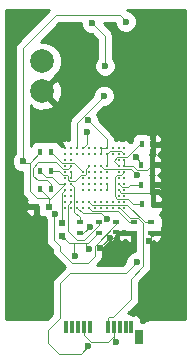
<source format=gbr>
G04 #@! TF.FileFunction,Copper,L2,Bot,Signal*
%FSLAX46Y46*%
G04 Gerber Fmt 4.6, Leading zero omitted, Abs format (unit mm)*
G04 Created by KiCad (PCBNEW 4.0.5+dfsg1-4) date Tue Jul 10 09:58:08 2018*
%MOMM*%
%LPD*%
G01*
G04 APERTURE LIST*
%ADD10C,0.100000*%
%ADD11R,0.500000X0.600000*%
%ADD12R,0.600000X0.500000*%
%ADD13R,0.700000X1.150000*%
%ADD14R,0.400000X1.000000*%
%ADD15R,0.400000X0.600000*%
%ADD16R,0.600000X0.400000*%
%ADD17C,0.254000*%
%ADD18C,1.998980*%
%ADD19C,0.600000*%
%ADD20C,0.254000*%
G04 APERTURE END LIST*
D10*
D11*
X152930000Y-108220000D03*
X152930000Y-109320000D03*
D12*
X151860000Y-106820000D03*
X150760000Y-106820000D03*
D13*
X159470000Y-117820000D03*
D14*
X158800000Y-116990000D03*
X158300000Y-116990000D03*
X157800000Y-116990000D03*
X157300000Y-116990000D03*
X156800000Y-116990000D03*
X155300000Y-116990000D03*
X154800000Y-116990000D03*
X154300000Y-116990000D03*
X153800000Y-116990000D03*
X153300000Y-116990000D03*
D15*
X160550000Y-103270000D03*
X159650000Y-103270000D03*
X159680000Y-101500000D03*
X160580000Y-101500000D03*
X160550000Y-104970000D03*
X159650000Y-104970000D03*
X151975000Y-102175000D03*
X151075000Y-102175000D03*
X151970000Y-103790000D03*
X151070000Y-103790000D03*
X151070000Y-105310000D03*
X151970000Y-105310000D03*
X159710000Y-106590000D03*
X160610000Y-106590000D03*
D16*
X156030000Y-109030000D03*
X156030000Y-108130000D03*
X160490000Y-108120000D03*
X160490000Y-109020000D03*
X159010000Y-108110000D03*
X159010000Y-109010000D03*
X157510000Y-108990000D03*
X157510000Y-108090000D03*
X154440000Y-108120000D03*
X154440000Y-109020000D03*
D17*
X153210000Y-101880000D03*
X153710000Y-101880000D03*
X154210000Y-101880000D03*
X154710000Y-101880000D03*
X155210000Y-101880000D03*
X155710000Y-101880000D03*
X156210000Y-101880000D03*
X156710000Y-101880000D03*
X157210000Y-101880000D03*
X157710000Y-101880000D03*
X158210000Y-101880000D03*
X153210000Y-102380000D03*
X153710000Y-102380000D03*
X154210000Y-102380000D03*
X154710000Y-102380000D03*
X155210000Y-102380000D03*
X155710000Y-102380000D03*
X156210000Y-102380000D03*
X156710000Y-102380000D03*
X157210000Y-102380000D03*
X157710000Y-102380000D03*
X158210000Y-102380000D03*
X153210000Y-102880000D03*
X153710000Y-102880000D03*
X157710000Y-102880000D03*
X158210000Y-102880000D03*
X153210000Y-103380000D03*
X153710000Y-103380000D03*
X155210000Y-103380000D03*
X155710000Y-103380000D03*
X156210000Y-103380000D03*
X156710000Y-103380000D03*
X157710000Y-103380000D03*
X158210000Y-103380000D03*
X153210000Y-103880000D03*
X153710000Y-103880000D03*
X154710000Y-103880000D03*
X155210000Y-103880000D03*
X155710000Y-103880000D03*
X156210000Y-103880000D03*
X156710000Y-103880000D03*
X157710000Y-103880000D03*
X158210000Y-103880000D03*
X153210000Y-104380000D03*
X153710000Y-104380000D03*
X154710000Y-104380000D03*
X155210000Y-104380000D03*
X155710000Y-104380000D03*
X156210000Y-104380000D03*
X156710000Y-104380000D03*
X157710000Y-104380000D03*
X158210000Y-104380000D03*
X153210000Y-104880000D03*
X153710000Y-104880000D03*
X154710000Y-104880000D03*
X155210000Y-104880000D03*
X155710000Y-104880000D03*
X156210000Y-104880000D03*
X156710000Y-104880000D03*
X157710000Y-104880000D03*
X158210000Y-104880000D03*
X153210000Y-105380000D03*
X153710000Y-105380000D03*
X154710000Y-105380000D03*
X155210000Y-105380000D03*
X155710000Y-105380000D03*
X156210000Y-105380000D03*
X156710000Y-105380000D03*
X157710000Y-105380000D03*
X158210000Y-105380000D03*
X153210000Y-105880000D03*
X153710000Y-105880000D03*
X157710000Y-105880000D03*
X158210000Y-105880000D03*
X153210000Y-106380000D03*
X153710000Y-106380000D03*
X154210000Y-106380000D03*
X154710000Y-106380000D03*
X155210000Y-106380000D03*
X155710000Y-106380000D03*
X156210000Y-106380000D03*
X156710000Y-106380000D03*
X157210000Y-106380000D03*
X157710000Y-106380000D03*
X158210000Y-106380000D03*
X153210000Y-106880000D03*
X153710000Y-106880000D03*
X154210000Y-106880000D03*
X154710000Y-106880000D03*
X155210000Y-106880000D03*
X155710000Y-106880000D03*
X156210000Y-106880000D03*
X156710000Y-106880000D03*
X157210000Y-106880000D03*
X157710000Y-106880000D03*
X158210000Y-106880000D03*
D18*
X151260000Y-94490000D03*
X151260000Y-97030000D03*
D19*
X155260000Y-108490000D03*
X160310000Y-109740000D03*
X149990000Y-106760000D03*
X156960000Y-109430000D03*
X156170000Y-110340000D03*
X155200000Y-110390000D03*
X154020000Y-111000000D03*
X161050000Y-105550000D03*
X152520000Y-99240000D03*
X153570000Y-97130000D03*
X157470000Y-118260000D03*
X158320000Y-91130000D03*
X149590000Y-102960000D03*
X155150000Y-118640000D03*
X159230000Y-111520000D03*
X159170000Y-102590000D03*
X159230000Y-104100000D03*
X155020000Y-100500000D03*
X156560000Y-94880000D03*
X155480000Y-91290000D03*
X156760000Y-107860000D03*
X152340000Y-107410000D03*
X156480000Y-97410000D03*
X155100000Y-99490000D03*
D10*
X155260000Y-108490000D02*
X154730000Y-109020000D01*
X154730000Y-109020000D02*
X154440000Y-109020000D01*
X160490000Y-109020000D02*
X160490000Y-109560000D01*
X160490000Y-109560000D02*
X160310000Y-109740000D01*
X150050000Y-106820000D02*
X150760000Y-106820000D01*
X149990000Y-106760000D02*
X150050000Y-106820000D01*
X157510000Y-108990000D02*
X157510000Y-109350000D01*
X157430000Y-109430000D02*
X156960000Y-109430000D01*
X157510000Y-109350000D02*
X157430000Y-109430000D01*
X154920000Y-110110000D02*
X154920000Y-109890000D01*
X156960000Y-109430000D02*
X156170000Y-110220000D01*
X156170000Y-110220000D02*
X156170000Y-110340000D01*
X155200000Y-110390000D02*
X154920000Y-110110000D01*
X153980000Y-109890000D02*
X153980000Y-110960000D01*
X153980000Y-110960000D02*
X154020000Y-111000000D01*
X153500000Y-109890000D02*
X152930000Y-109320000D01*
X160960000Y-105640000D02*
X160310000Y-105640000D01*
X161050000Y-105550000D02*
X160960000Y-105640000D01*
X156030000Y-109030000D02*
X156010000Y-109030000D01*
X156010000Y-109030000D02*
X155150000Y-109890000D01*
X155150000Y-109890000D02*
X154920000Y-109890000D01*
X154920000Y-109890000D02*
X153980000Y-109890000D01*
X153980000Y-109890000D02*
X153500000Y-109890000D01*
X157710000Y-105380000D02*
X157710000Y-105410000D01*
X157710000Y-105410000D02*
X157940000Y-105640000D01*
X157940000Y-105640000D02*
X160310000Y-105640000D01*
X160310000Y-105640000D02*
X160550000Y-105400000D01*
X160550000Y-105400000D02*
X160550000Y-104970000D01*
X159010000Y-109010000D02*
X157530000Y-109010000D01*
X157530000Y-109010000D02*
X157510000Y-108990000D01*
X153570000Y-97130000D02*
X153570000Y-98190000D01*
X153570000Y-98190000D02*
X152520000Y-99240000D01*
X153570000Y-97130000D02*
X153470000Y-97030000D01*
X158210000Y-103380000D02*
X158950000Y-103380000D01*
X160120000Y-103700000D02*
X160550000Y-103270000D01*
X159270000Y-103700000D02*
X160120000Y-103700000D01*
X158950000Y-103380000D02*
X159270000Y-103700000D01*
X158210000Y-103380000D02*
X158210000Y-102880000D01*
X158210000Y-102380000D02*
X158190000Y-102380000D01*
X158190000Y-102380000D02*
X157930000Y-102120000D01*
X157930000Y-102120000D02*
X156970000Y-102120000D01*
X156970000Y-102120000D02*
X156710000Y-102380000D01*
X156710000Y-102380000D02*
X156710000Y-103380000D01*
X156710000Y-105380000D02*
X156710000Y-104880000D01*
X152930000Y-108220000D02*
X152930000Y-105660000D01*
X152930000Y-105660000D02*
X153210000Y-105380000D01*
X157300000Y-117770000D02*
X157300000Y-118090000D01*
X157300000Y-118090000D02*
X157470000Y-118260000D01*
X154800000Y-116990000D02*
X154800000Y-117690000D01*
X157300000Y-117790000D02*
X157300000Y-117770000D01*
X157300000Y-117770000D02*
X157300000Y-116990000D01*
X156840000Y-118250000D02*
X157300000Y-117790000D01*
X155360000Y-118250000D02*
X156840000Y-118250000D01*
X154800000Y-117690000D02*
X155360000Y-118250000D01*
X149590000Y-102960000D02*
X149590000Y-93400000D01*
X158320000Y-91070000D02*
X158320000Y-91130000D01*
X157860000Y-90610000D02*
X158320000Y-91070000D01*
X152380000Y-90610000D02*
X157860000Y-90610000D01*
X149590000Y-93400000D02*
X152380000Y-90610000D01*
X149730000Y-103100000D02*
X150180000Y-103100000D01*
X149590000Y-102960000D02*
X149730000Y-103100000D01*
X151075000Y-102175000D02*
X151075000Y-102205000D01*
X151075000Y-102205000D02*
X150180000Y-103100000D01*
X150180000Y-103100000D02*
X150180000Y-105490000D01*
X150180000Y-105490000D02*
X150790000Y-106100000D01*
X150790000Y-106100000D02*
X151860000Y-106100000D01*
X153210000Y-104880000D02*
X152680000Y-104880000D01*
X151540000Y-104260000D02*
X151070000Y-103790000D01*
X152060000Y-104260000D02*
X151540000Y-104260000D01*
X152680000Y-104880000D02*
X152060000Y-104260000D01*
X151860000Y-106230000D02*
X151860000Y-106100000D01*
X151860000Y-106100000D02*
X151070000Y-105310000D01*
X151860000Y-106820000D02*
X151860000Y-106230000D01*
X151860000Y-106230000D02*
X153210000Y-104880000D01*
X154530000Y-119260000D02*
X155150000Y-118640000D01*
X152640000Y-119260000D02*
X154530000Y-119260000D01*
X151720000Y-118340000D02*
X152640000Y-119260000D01*
X151720000Y-117240000D02*
X151720000Y-118340000D01*
X152750000Y-116210000D02*
X151720000Y-117240000D01*
X152750000Y-113300000D02*
X152750000Y-116210000D01*
X153600000Y-112450000D02*
X152750000Y-113300000D01*
X158300000Y-112450000D02*
X153600000Y-112450000D01*
X159230000Y-111520000D02*
X158300000Y-112450000D01*
X157710000Y-106880000D02*
X157830000Y-106880000D01*
X157830000Y-106880000D02*
X158700000Y-107750000D01*
X156800000Y-116250000D02*
X156800000Y-116990000D01*
X156910000Y-116140000D02*
X156800000Y-116250000D01*
X157270000Y-116140000D02*
X156910000Y-116140000D01*
X158770000Y-114640000D02*
X157270000Y-116140000D01*
X158770000Y-112890000D02*
X158770000Y-114640000D01*
X159810000Y-111850000D02*
X158770000Y-112890000D01*
X159810000Y-108230000D02*
X159810000Y-111850000D01*
X159330000Y-107750000D02*
X159810000Y-108230000D01*
X158700000Y-107750000D02*
X159330000Y-107750000D01*
X159650000Y-103270000D02*
X159650000Y-103070000D01*
X159650000Y-103070000D02*
X159170000Y-102590000D01*
X159680000Y-101500000D02*
X159550000Y-101500000D01*
X159550000Y-101500000D02*
X158420000Y-102630000D01*
X158420000Y-102630000D02*
X157570000Y-102630000D01*
X157570000Y-102630000D02*
X157300000Y-102900000D01*
X157300000Y-102900000D02*
X157300000Y-102970000D01*
X157300000Y-102970000D02*
X157710000Y-103380000D01*
X159650000Y-104970000D02*
X158640000Y-104970000D01*
X157970000Y-105140000D02*
X157710000Y-104880000D01*
X158470000Y-105140000D02*
X157970000Y-105140000D01*
X158640000Y-104970000D02*
X158470000Y-105140000D01*
X151975000Y-102175000D02*
X152005000Y-102175000D01*
X152005000Y-102175000D02*
X152950000Y-103120000D01*
X152950000Y-103120000D02*
X153950000Y-103120000D01*
X153950000Y-103120000D02*
X154710000Y-103880000D01*
X156470000Y-103640000D02*
X156210000Y-103380000D01*
X158770000Y-103640000D02*
X156470000Y-103640000D01*
X159230000Y-104100000D02*
X158770000Y-103640000D01*
X151970000Y-103790000D02*
X152660000Y-103790000D01*
X154950000Y-103640000D02*
X155210000Y-103380000D01*
X154950000Y-104020000D02*
X154950000Y-103640000D01*
X154830000Y-104140000D02*
X154950000Y-104020000D01*
X154520000Y-104140000D02*
X154830000Y-104140000D01*
X154050000Y-104610000D02*
X154520000Y-104140000D01*
X153570000Y-104610000D02*
X154050000Y-104610000D01*
X153470000Y-104510000D02*
X153570000Y-104610000D01*
X153470000Y-104230000D02*
X153470000Y-104510000D01*
X153360000Y-104120000D02*
X153470000Y-104230000D01*
X152990000Y-104120000D02*
X153360000Y-104120000D01*
X152660000Y-103790000D02*
X152990000Y-104120000D01*
X151970000Y-105310000D02*
X151970000Y-104900000D01*
X153460000Y-103630000D02*
X153710000Y-103380000D01*
X153000000Y-103630000D02*
X153460000Y-103630000D01*
X152410000Y-103040000D02*
X153000000Y-103630000D01*
X150900000Y-103040000D02*
X152410000Y-103040000D01*
X150450000Y-103490000D02*
X150900000Y-103040000D01*
X150450000Y-104180000D02*
X150450000Y-103490000D01*
X150850000Y-104580000D02*
X150450000Y-104180000D01*
X151650000Y-104580000D02*
X150850000Y-104580000D01*
X151970000Y-104900000D02*
X151650000Y-104580000D01*
X155020000Y-100500000D02*
X155020000Y-101490000D01*
X155020000Y-101490000D02*
X154710000Y-101800000D01*
X154710000Y-101800000D02*
X154710000Y-101880000D01*
X156560000Y-92370000D02*
X156560000Y-94880000D01*
X155480000Y-91290000D02*
X156560000Y-92370000D01*
X159710000Y-106590000D02*
X158960000Y-106590000D01*
X157950000Y-104140000D02*
X158210000Y-103880000D01*
X157560000Y-104140000D02*
X157950000Y-104140000D01*
X157390000Y-104310000D02*
X157560000Y-104140000D01*
X157390000Y-105940000D02*
X157390000Y-104310000D01*
X157580000Y-106130000D02*
X157390000Y-105940000D01*
X158500000Y-106130000D02*
X157580000Y-106130000D01*
X158960000Y-106590000D02*
X158500000Y-106130000D01*
X154670000Y-107340000D02*
X154210000Y-106880000D01*
X156240000Y-107340000D02*
X154670000Y-107340000D01*
X156760000Y-107860000D02*
X156240000Y-107340000D01*
X156030000Y-108130000D02*
X156030000Y-108320000D01*
X156030000Y-108320000D02*
X154760000Y-109590000D01*
X154760000Y-109590000D02*
X154160000Y-109590000D01*
X154160000Y-109590000D02*
X153460000Y-108890000D01*
X153460000Y-108890000D02*
X153460000Y-106630000D01*
X153460000Y-106630000D02*
X153710000Y-106380000D01*
X160490000Y-108120000D02*
X159940000Y-108120000D01*
X155460000Y-106630000D02*
X155210000Y-106380000D01*
X158450000Y-106630000D02*
X155460000Y-106630000D01*
X159940000Y-108120000D02*
X158450000Y-106630000D01*
X159010000Y-108110000D02*
X158600000Y-108110000D01*
X155490000Y-107160000D02*
X155210000Y-106880000D01*
X157650000Y-107160000D02*
X155490000Y-107160000D01*
X158600000Y-108110000D02*
X157650000Y-107160000D01*
X153710000Y-103880000D02*
X153710000Y-104380000D01*
X152730000Y-110130000D02*
X152730000Y-110520000D01*
X157510000Y-108310000D02*
X155690000Y-110130000D01*
X152730000Y-110130000D02*
X152240000Y-109640000D01*
X152240000Y-109640000D02*
X152240000Y-107510000D01*
X152240000Y-107510000D02*
X152340000Y-107410000D01*
X157510000Y-108310000D02*
X157510000Y-108090000D01*
X155690000Y-111000000D02*
X155690000Y-110130000D01*
X155120000Y-111570000D02*
X155690000Y-111000000D01*
X153780000Y-111570000D02*
X155120000Y-111570000D01*
X152730000Y-110520000D02*
X153780000Y-111570000D01*
X154440000Y-108120000D02*
X154440000Y-107680000D01*
X153980000Y-105150000D02*
X153710000Y-104880000D01*
X153980000Y-107220000D02*
X153980000Y-105150000D01*
X154440000Y-107680000D02*
X153980000Y-107220000D01*
X154210000Y-99680000D02*
X154210000Y-101880000D01*
X156480000Y-97410000D02*
X154210000Y-99680000D01*
X156210000Y-101880000D02*
X156210000Y-102380000D01*
X156210000Y-101880000D02*
X156710000Y-101880000D01*
X155100000Y-99490000D02*
X156710000Y-101100000D01*
X156710000Y-101100000D02*
X156710000Y-101880000D01*
D20*
G36*
X163315000Y-116315000D02*
X160350000Y-116315000D01*
X160087862Y-116367143D01*
X159865632Y-116515632D01*
X159810890Y-116597560D01*
X159635000Y-116597560D01*
X159635000Y-116363690D01*
X159538327Y-116130301D01*
X159359698Y-115951673D01*
X159126309Y-115855000D01*
X159058750Y-115855000D01*
X158911277Y-116002473D01*
X158751890Y-115893569D01*
X158530084Y-115848652D01*
X159254368Y-115124368D01*
X159402857Y-114902138D01*
X159455000Y-114640000D01*
X159455000Y-113173736D01*
X160294368Y-112334368D01*
X160442857Y-112112138D01*
X160495000Y-111850000D01*
X160495000Y-109855000D01*
X160617002Y-109855000D01*
X160617002Y-109696252D01*
X160775750Y-109855000D01*
X160916310Y-109855000D01*
X161149699Y-109758327D01*
X161328327Y-109579698D01*
X161425000Y-109346309D01*
X161425000Y-109278750D01*
X161266250Y-109120000D01*
X160617000Y-109120000D01*
X160617000Y-109167000D01*
X160495000Y-109167000D01*
X160495000Y-108967440D01*
X160790000Y-108967440D01*
X161025317Y-108923162D01*
X161030231Y-108920000D01*
X161266250Y-108920000D01*
X161425000Y-108761250D01*
X161425000Y-108693691D01*
X161379033Y-108582717D01*
X161386431Y-108571890D01*
X161437440Y-108320000D01*
X161437440Y-107920000D01*
X161393162Y-107684683D01*
X161254090Y-107468559D01*
X161180053Y-107417972D01*
X161348327Y-107249699D01*
X161445000Y-107016310D01*
X161445000Y-106875750D01*
X161286250Y-106717000D01*
X160710000Y-106717000D01*
X160710000Y-106737000D01*
X160557440Y-106737000D01*
X160557440Y-106290000D01*
X160513162Y-106054683D01*
X160510000Y-106049769D01*
X160510000Y-105813750D01*
X160446250Y-105750000D01*
X160450000Y-105746250D01*
X160450000Y-105504266D01*
X160497440Y-105270000D01*
X160497440Y-105097000D01*
X160650000Y-105097000D01*
X160650000Y-105746250D01*
X160713750Y-105810000D01*
X160710000Y-105813750D01*
X160710000Y-106463000D01*
X161286250Y-106463000D01*
X161445000Y-106304250D01*
X161445000Y-106163690D01*
X161348327Y-105930301D01*
X161169698Y-105751673D01*
X161167332Y-105750693D01*
X161288327Y-105629699D01*
X161385000Y-105396310D01*
X161385000Y-105255750D01*
X161226250Y-105097000D01*
X160650000Y-105097000D01*
X160497440Y-105097000D01*
X160497440Y-104670000D01*
X160453162Y-104434683D01*
X160450000Y-104429769D01*
X160450000Y-104193750D01*
X160376250Y-104120000D01*
X160450000Y-104046250D01*
X160450000Y-103804266D01*
X160497440Y-103570000D01*
X160497440Y-103397000D01*
X160650000Y-103397000D01*
X160650000Y-104046250D01*
X160723750Y-104120000D01*
X160650000Y-104193750D01*
X160650000Y-104843000D01*
X161226250Y-104843000D01*
X161385000Y-104684250D01*
X161385000Y-104543690D01*
X161288327Y-104310301D01*
X161109698Y-104131673D01*
X161081517Y-104120000D01*
X161109698Y-104108327D01*
X161288327Y-103929699D01*
X161385000Y-103696310D01*
X161385000Y-103555750D01*
X161226250Y-103397000D01*
X160650000Y-103397000D01*
X160497440Y-103397000D01*
X160497440Y-102970000D01*
X160453162Y-102734683D01*
X160450000Y-102729769D01*
X160450000Y-102493750D01*
X160650000Y-102493750D01*
X160650000Y-103143000D01*
X161226250Y-103143000D01*
X161385000Y-102984250D01*
X161385000Y-102843690D01*
X161288327Y-102610301D01*
X161109698Y-102431673D01*
X161012020Y-102391213D01*
X161139698Y-102338327D01*
X161318327Y-102159699D01*
X161415000Y-101926310D01*
X161415000Y-101785750D01*
X161256250Y-101627000D01*
X160680000Y-101627000D01*
X160680000Y-102276250D01*
X160773750Y-102370000D01*
X160650000Y-102493750D01*
X160450000Y-102493750D01*
X160356250Y-102400000D01*
X160480000Y-102276250D01*
X160480000Y-102034266D01*
X160527440Y-101800000D01*
X160527440Y-101200000D01*
X160483162Y-100964683D01*
X160480000Y-100959769D01*
X160480000Y-100723750D01*
X160680000Y-100723750D01*
X160680000Y-101373000D01*
X161256250Y-101373000D01*
X161415000Y-101214250D01*
X161415000Y-101073690D01*
X161318327Y-100840301D01*
X161139698Y-100661673D01*
X160906309Y-100565000D01*
X160838750Y-100565000D01*
X160680000Y-100723750D01*
X160480000Y-100723750D01*
X160321250Y-100565000D01*
X160253691Y-100565000D01*
X160142717Y-100610967D01*
X160131890Y-100603569D01*
X159880000Y-100552560D01*
X159480000Y-100552560D01*
X159244683Y-100596838D01*
X159028559Y-100735910D01*
X158883569Y-100948110D01*
X158832560Y-101200000D01*
X158832560Y-101248704D01*
X158753244Y-101328020D01*
X158667808Y-101242584D01*
X158607218Y-101303174D01*
X158613766Y-101216230D01*
X158329018Y-101112243D01*
X158026150Y-101125139D01*
X157952538Y-101155630D01*
X157862236Y-101118133D01*
X157559094Y-101117868D01*
X157460103Y-101158771D01*
X157395000Y-101131738D01*
X157395000Y-101100000D01*
X157342857Y-100837862D01*
X157194368Y-100615632D01*
X156035030Y-99456294D01*
X156035162Y-99304833D01*
X155894451Y-98964285D01*
X156513706Y-98345030D01*
X156665167Y-98345162D01*
X157008943Y-98203117D01*
X157272192Y-97940327D01*
X157414838Y-97596799D01*
X157415162Y-97224833D01*
X157273117Y-96881057D01*
X157010327Y-96617808D01*
X156666799Y-96475162D01*
X156294833Y-96474838D01*
X155951057Y-96616883D01*
X155687808Y-96879673D01*
X155545162Y-97223201D01*
X155545029Y-97376235D01*
X153725632Y-99195632D01*
X153577143Y-99417862D01*
X153525000Y-99680000D01*
X153525000Y-101131955D01*
X153458377Y-101159484D01*
X153329018Y-101112243D01*
X153026150Y-101125139D01*
X152806234Y-101216230D01*
X152820096Y-101400293D01*
X153006648Y-101586845D01*
X152980236Y-101650452D01*
X152916843Y-101676646D01*
X152730293Y-101490096D01*
X152679441Y-101486266D01*
X152639090Y-101423559D01*
X152426890Y-101278569D01*
X152175000Y-101227560D01*
X151775000Y-101227560D01*
X151539683Y-101271838D01*
X151528021Y-101279342D01*
X151526890Y-101278569D01*
X151275000Y-101227560D01*
X150875000Y-101227560D01*
X150639683Y-101271838D01*
X150423559Y-101410910D01*
X150278569Y-101623110D01*
X150275000Y-101640734D01*
X150275000Y-98194608D01*
X150287444Y-98182164D01*
X150386042Y-98448965D01*
X150995582Y-98675401D01*
X151645377Y-98651341D01*
X152133958Y-98448965D01*
X152232557Y-98182163D01*
X151260000Y-97209605D01*
X151245858Y-97223748D01*
X151066252Y-97044142D01*
X151080395Y-97030000D01*
X151439605Y-97030000D01*
X152412163Y-98002557D01*
X152678965Y-97903958D01*
X152905401Y-97294418D01*
X152881341Y-96644623D01*
X152678965Y-96156042D01*
X152412163Y-96057443D01*
X151439605Y-97030000D01*
X151080395Y-97030000D01*
X151066252Y-97015858D01*
X151245858Y-96836252D01*
X151260000Y-96850395D01*
X152232557Y-95877837D01*
X152219276Y-95841901D01*
X152644846Y-95417073D01*
X152894206Y-94816547D01*
X152894774Y-94166306D01*
X152646462Y-93565345D01*
X152187073Y-93105154D01*
X151586547Y-92855794D01*
X151103364Y-92855372D01*
X152663736Y-91295000D01*
X154544995Y-91295000D01*
X154544838Y-91475167D01*
X154686883Y-91818943D01*
X154949673Y-92082192D01*
X155293201Y-92224838D01*
X155446235Y-92224971D01*
X155875000Y-92653736D01*
X155875000Y-94242668D01*
X155767808Y-94349673D01*
X155625162Y-94693201D01*
X155624838Y-95065167D01*
X155766883Y-95408943D01*
X156029673Y-95672192D01*
X156373201Y-95814838D01*
X156745167Y-95815162D01*
X157088943Y-95673117D01*
X157352192Y-95410327D01*
X157494838Y-95066799D01*
X157495162Y-94694833D01*
X157353117Y-94351057D01*
X157245000Y-94242751D01*
X157245000Y-92370000D01*
X157192857Y-92107862D01*
X157044368Y-91885632D01*
X156453736Y-91295000D01*
X157384856Y-91295000D01*
X157384838Y-91315167D01*
X157526883Y-91658943D01*
X157789673Y-91922192D01*
X158133201Y-92064838D01*
X158505167Y-92065162D01*
X158848943Y-91923117D01*
X159112192Y-91660327D01*
X159254838Y-91316799D01*
X159255162Y-90944833D01*
X159113117Y-90601057D01*
X158850327Y-90337808D01*
X158506799Y-90195162D01*
X158413817Y-90195081D01*
X158403736Y-90185000D01*
X163315000Y-90185000D01*
X163315000Y-116315000D01*
X163315000Y-116315000D01*
G37*
X163315000Y-116315000D02*
X160350000Y-116315000D01*
X160087862Y-116367143D01*
X159865632Y-116515632D01*
X159810890Y-116597560D01*
X159635000Y-116597560D01*
X159635000Y-116363690D01*
X159538327Y-116130301D01*
X159359698Y-115951673D01*
X159126309Y-115855000D01*
X159058750Y-115855000D01*
X158911277Y-116002473D01*
X158751890Y-115893569D01*
X158530084Y-115848652D01*
X159254368Y-115124368D01*
X159402857Y-114902138D01*
X159455000Y-114640000D01*
X159455000Y-113173736D01*
X160294368Y-112334368D01*
X160442857Y-112112138D01*
X160495000Y-111850000D01*
X160495000Y-109855000D01*
X160617002Y-109855000D01*
X160617002Y-109696252D01*
X160775750Y-109855000D01*
X160916310Y-109855000D01*
X161149699Y-109758327D01*
X161328327Y-109579698D01*
X161425000Y-109346309D01*
X161425000Y-109278750D01*
X161266250Y-109120000D01*
X160617000Y-109120000D01*
X160617000Y-109167000D01*
X160495000Y-109167000D01*
X160495000Y-108967440D01*
X160790000Y-108967440D01*
X161025317Y-108923162D01*
X161030231Y-108920000D01*
X161266250Y-108920000D01*
X161425000Y-108761250D01*
X161425000Y-108693691D01*
X161379033Y-108582717D01*
X161386431Y-108571890D01*
X161437440Y-108320000D01*
X161437440Y-107920000D01*
X161393162Y-107684683D01*
X161254090Y-107468559D01*
X161180053Y-107417972D01*
X161348327Y-107249699D01*
X161445000Y-107016310D01*
X161445000Y-106875750D01*
X161286250Y-106717000D01*
X160710000Y-106717000D01*
X160710000Y-106737000D01*
X160557440Y-106737000D01*
X160557440Y-106290000D01*
X160513162Y-106054683D01*
X160510000Y-106049769D01*
X160510000Y-105813750D01*
X160446250Y-105750000D01*
X160450000Y-105746250D01*
X160450000Y-105504266D01*
X160497440Y-105270000D01*
X160497440Y-105097000D01*
X160650000Y-105097000D01*
X160650000Y-105746250D01*
X160713750Y-105810000D01*
X160710000Y-105813750D01*
X160710000Y-106463000D01*
X161286250Y-106463000D01*
X161445000Y-106304250D01*
X161445000Y-106163690D01*
X161348327Y-105930301D01*
X161169698Y-105751673D01*
X161167332Y-105750693D01*
X161288327Y-105629699D01*
X161385000Y-105396310D01*
X161385000Y-105255750D01*
X161226250Y-105097000D01*
X160650000Y-105097000D01*
X160497440Y-105097000D01*
X160497440Y-104670000D01*
X160453162Y-104434683D01*
X160450000Y-104429769D01*
X160450000Y-104193750D01*
X160376250Y-104120000D01*
X160450000Y-104046250D01*
X160450000Y-103804266D01*
X160497440Y-103570000D01*
X160497440Y-103397000D01*
X160650000Y-103397000D01*
X160650000Y-104046250D01*
X160723750Y-104120000D01*
X160650000Y-104193750D01*
X160650000Y-104843000D01*
X161226250Y-104843000D01*
X161385000Y-104684250D01*
X161385000Y-104543690D01*
X161288327Y-104310301D01*
X161109698Y-104131673D01*
X161081517Y-104120000D01*
X161109698Y-104108327D01*
X161288327Y-103929699D01*
X161385000Y-103696310D01*
X161385000Y-103555750D01*
X161226250Y-103397000D01*
X160650000Y-103397000D01*
X160497440Y-103397000D01*
X160497440Y-102970000D01*
X160453162Y-102734683D01*
X160450000Y-102729769D01*
X160450000Y-102493750D01*
X160650000Y-102493750D01*
X160650000Y-103143000D01*
X161226250Y-103143000D01*
X161385000Y-102984250D01*
X161385000Y-102843690D01*
X161288327Y-102610301D01*
X161109698Y-102431673D01*
X161012020Y-102391213D01*
X161139698Y-102338327D01*
X161318327Y-102159699D01*
X161415000Y-101926310D01*
X161415000Y-101785750D01*
X161256250Y-101627000D01*
X160680000Y-101627000D01*
X160680000Y-102276250D01*
X160773750Y-102370000D01*
X160650000Y-102493750D01*
X160450000Y-102493750D01*
X160356250Y-102400000D01*
X160480000Y-102276250D01*
X160480000Y-102034266D01*
X160527440Y-101800000D01*
X160527440Y-101200000D01*
X160483162Y-100964683D01*
X160480000Y-100959769D01*
X160480000Y-100723750D01*
X160680000Y-100723750D01*
X160680000Y-101373000D01*
X161256250Y-101373000D01*
X161415000Y-101214250D01*
X161415000Y-101073690D01*
X161318327Y-100840301D01*
X161139698Y-100661673D01*
X160906309Y-100565000D01*
X160838750Y-100565000D01*
X160680000Y-100723750D01*
X160480000Y-100723750D01*
X160321250Y-100565000D01*
X160253691Y-100565000D01*
X160142717Y-100610967D01*
X160131890Y-100603569D01*
X159880000Y-100552560D01*
X159480000Y-100552560D01*
X159244683Y-100596838D01*
X159028559Y-100735910D01*
X158883569Y-100948110D01*
X158832560Y-101200000D01*
X158832560Y-101248704D01*
X158753244Y-101328020D01*
X158667808Y-101242584D01*
X158607218Y-101303174D01*
X158613766Y-101216230D01*
X158329018Y-101112243D01*
X158026150Y-101125139D01*
X157952538Y-101155630D01*
X157862236Y-101118133D01*
X157559094Y-101117868D01*
X157460103Y-101158771D01*
X157395000Y-101131738D01*
X157395000Y-101100000D01*
X157342857Y-100837862D01*
X157194368Y-100615632D01*
X156035030Y-99456294D01*
X156035162Y-99304833D01*
X155894451Y-98964285D01*
X156513706Y-98345030D01*
X156665167Y-98345162D01*
X157008943Y-98203117D01*
X157272192Y-97940327D01*
X157414838Y-97596799D01*
X157415162Y-97224833D01*
X157273117Y-96881057D01*
X157010327Y-96617808D01*
X156666799Y-96475162D01*
X156294833Y-96474838D01*
X155951057Y-96616883D01*
X155687808Y-96879673D01*
X155545162Y-97223201D01*
X155545029Y-97376235D01*
X153725632Y-99195632D01*
X153577143Y-99417862D01*
X153525000Y-99680000D01*
X153525000Y-101131955D01*
X153458377Y-101159484D01*
X153329018Y-101112243D01*
X153026150Y-101125139D01*
X152806234Y-101216230D01*
X152820096Y-101400293D01*
X153006648Y-101586845D01*
X152980236Y-101650452D01*
X152916843Y-101676646D01*
X152730293Y-101490096D01*
X152679441Y-101486266D01*
X152639090Y-101423559D01*
X152426890Y-101278569D01*
X152175000Y-101227560D01*
X151775000Y-101227560D01*
X151539683Y-101271838D01*
X151528021Y-101279342D01*
X151526890Y-101278569D01*
X151275000Y-101227560D01*
X150875000Y-101227560D01*
X150639683Y-101271838D01*
X150423559Y-101410910D01*
X150278569Y-101623110D01*
X150275000Y-101640734D01*
X150275000Y-98194608D01*
X150287444Y-98182164D01*
X150386042Y-98448965D01*
X150995582Y-98675401D01*
X151645377Y-98651341D01*
X152133958Y-98448965D01*
X152232557Y-98182163D01*
X151260000Y-97209605D01*
X151245858Y-97223748D01*
X151066252Y-97044142D01*
X151080395Y-97030000D01*
X151439605Y-97030000D01*
X152412163Y-98002557D01*
X152678965Y-97903958D01*
X152905401Y-97294418D01*
X152881341Y-96644623D01*
X152678965Y-96156042D01*
X152412163Y-96057443D01*
X151439605Y-97030000D01*
X151080395Y-97030000D01*
X151066252Y-97015858D01*
X151245858Y-96836252D01*
X151260000Y-96850395D01*
X152232557Y-95877837D01*
X152219276Y-95841901D01*
X152644846Y-95417073D01*
X152894206Y-94816547D01*
X152894774Y-94166306D01*
X152646462Y-93565345D01*
X152187073Y-93105154D01*
X151586547Y-92855794D01*
X151103364Y-92855372D01*
X152663736Y-91295000D01*
X154544995Y-91295000D01*
X154544838Y-91475167D01*
X154686883Y-91818943D01*
X154949673Y-92082192D01*
X155293201Y-92224838D01*
X155446235Y-92224971D01*
X155875000Y-92653736D01*
X155875000Y-94242668D01*
X155767808Y-94349673D01*
X155625162Y-94693201D01*
X155624838Y-95065167D01*
X155766883Y-95408943D01*
X156029673Y-95672192D01*
X156373201Y-95814838D01*
X156745167Y-95815162D01*
X157088943Y-95673117D01*
X157352192Y-95410327D01*
X157494838Y-95066799D01*
X157495162Y-94694833D01*
X157353117Y-94351057D01*
X157245000Y-94242751D01*
X157245000Y-92370000D01*
X157192857Y-92107862D01*
X157044368Y-91885632D01*
X156453736Y-91295000D01*
X157384856Y-91295000D01*
X157384838Y-91315167D01*
X157526883Y-91658943D01*
X157789673Y-91922192D01*
X158133201Y-92064838D01*
X158505167Y-92065162D01*
X158848943Y-91923117D01*
X159112192Y-91660327D01*
X159254838Y-91316799D01*
X159255162Y-90944833D01*
X159113117Y-90601057D01*
X158850327Y-90337808D01*
X158506799Y-90195162D01*
X158413817Y-90195081D01*
X158403736Y-90185000D01*
X163315000Y-90185000D01*
X163315000Y-116315000D01*
G36*
X149105632Y-92915632D02*
X148957143Y-93137862D01*
X148905000Y-93400000D01*
X148905000Y-102322668D01*
X148797808Y-102429673D01*
X148655162Y-102773201D01*
X148654838Y-103145167D01*
X148796883Y-103488943D01*
X149059673Y-103752192D01*
X149403201Y-103894838D01*
X149495000Y-103894918D01*
X149495000Y-105490000D01*
X149547143Y-105752138D01*
X149695632Y-105974368D01*
X149926619Y-106205355D01*
X149921673Y-106210301D01*
X149825000Y-106443690D01*
X149825000Y-106536250D01*
X149983750Y-106695000D01*
X150471205Y-106695000D01*
X150527862Y-106732857D01*
X150790000Y-106785000D01*
X150907000Y-106785000D01*
X150907000Y-106945000D01*
X150887000Y-106945000D01*
X150887000Y-107546250D01*
X151045750Y-107705000D01*
X151186309Y-107705000D01*
X151297283Y-107659033D01*
X151308110Y-107666431D01*
X151445805Y-107694315D01*
X151546883Y-107938943D01*
X151555000Y-107947074D01*
X151555000Y-109640000D01*
X151607143Y-109902138D01*
X151755632Y-110124368D01*
X152045000Y-110413736D01*
X152045000Y-110520000D01*
X152097143Y-110782138D01*
X152245632Y-111004368D01*
X153170341Y-111929077D01*
X153115632Y-111965632D01*
X152265632Y-112815632D01*
X152117143Y-113037862D01*
X152065000Y-113300000D01*
X152065000Y-115926264D01*
X151676264Y-116315000D01*
X148185000Y-116315000D01*
X148185000Y-107103750D01*
X149825000Y-107103750D01*
X149825000Y-107196310D01*
X149921673Y-107429699D01*
X150100302Y-107608327D01*
X150333691Y-107705000D01*
X150474250Y-107705000D01*
X150633000Y-107546250D01*
X150633000Y-106945000D01*
X149983750Y-106945000D01*
X149825000Y-107103750D01*
X148185000Y-107103750D01*
X148185000Y-90185000D01*
X151836264Y-90185000D01*
X149105632Y-92915632D01*
X149105632Y-92915632D01*
G37*
X149105632Y-92915632D02*
X148957143Y-93137862D01*
X148905000Y-93400000D01*
X148905000Y-102322668D01*
X148797808Y-102429673D01*
X148655162Y-102773201D01*
X148654838Y-103145167D01*
X148796883Y-103488943D01*
X149059673Y-103752192D01*
X149403201Y-103894838D01*
X149495000Y-103894918D01*
X149495000Y-105490000D01*
X149547143Y-105752138D01*
X149695632Y-105974368D01*
X149926619Y-106205355D01*
X149921673Y-106210301D01*
X149825000Y-106443690D01*
X149825000Y-106536250D01*
X149983750Y-106695000D01*
X150471205Y-106695000D01*
X150527862Y-106732857D01*
X150790000Y-106785000D01*
X150907000Y-106785000D01*
X150907000Y-106945000D01*
X150887000Y-106945000D01*
X150887000Y-107546250D01*
X151045750Y-107705000D01*
X151186309Y-107705000D01*
X151297283Y-107659033D01*
X151308110Y-107666431D01*
X151445805Y-107694315D01*
X151546883Y-107938943D01*
X151555000Y-107947074D01*
X151555000Y-109640000D01*
X151607143Y-109902138D01*
X151755632Y-110124368D01*
X152045000Y-110413736D01*
X152045000Y-110520000D01*
X152097143Y-110782138D01*
X152245632Y-111004368D01*
X153170341Y-111929077D01*
X153115632Y-111965632D01*
X152265632Y-112815632D01*
X152117143Y-113037862D01*
X152065000Y-113300000D01*
X152065000Y-115926264D01*
X151676264Y-116315000D01*
X148185000Y-116315000D01*
X148185000Y-107103750D01*
X149825000Y-107103750D01*
X149825000Y-107196310D01*
X149921673Y-107429699D01*
X150100302Y-107608327D01*
X150333691Y-107705000D01*
X150474250Y-107705000D01*
X150633000Y-107546250D01*
X150633000Y-106945000D01*
X149983750Y-106945000D01*
X149825000Y-107103750D01*
X148185000Y-107103750D01*
X148185000Y-90185000D01*
X151836264Y-90185000D01*
X149105632Y-92915632D01*
G36*
X158233750Y-108910000D02*
X158475734Y-108910000D01*
X158710000Y-108957440D01*
X159125000Y-108957440D01*
X159125000Y-110584908D01*
X159044833Y-110584838D01*
X158701057Y-110726883D01*
X158437808Y-110989673D01*
X158295162Y-111333201D01*
X158295029Y-111486235D01*
X158016264Y-111765000D01*
X155893736Y-111765000D01*
X156174368Y-111484368D01*
X156322857Y-111262138D01*
X156375000Y-111000000D01*
X156375000Y-110413736D01*
X156998870Y-109789866D01*
X157083690Y-109825000D01*
X157224250Y-109825000D01*
X157383000Y-109666250D01*
X157383000Y-109405736D01*
X157637000Y-109151736D01*
X157637000Y-109666250D01*
X157795750Y-109825000D01*
X157936310Y-109825000D01*
X158169699Y-109728327D01*
X158250000Y-109648025D01*
X158350301Y-109748327D01*
X158583690Y-109845000D01*
X158724250Y-109845000D01*
X158883000Y-109686250D01*
X158883000Y-109110000D01*
X158306250Y-109110000D01*
X158286250Y-109090000D01*
X157698736Y-109090000D01*
X157860867Y-108927869D01*
X158045317Y-108893162D01*
X158050231Y-108890000D01*
X158213750Y-108890000D01*
X158233750Y-108910000D01*
X158233750Y-108910000D01*
G37*
X158233750Y-108910000D02*
X158475734Y-108910000D01*
X158710000Y-108957440D01*
X159125000Y-108957440D01*
X159125000Y-110584908D01*
X159044833Y-110584838D01*
X158701057Y-110726883D01*
X158437808Y-110989673D01*
X158295162Y-111333201D01*
X158295029Y-111486235D01*
X158016264Y-111765000D01*
X155893736Y-111765000D01*
X156174368Y-111484368D01*
X156322857Y-111262138D01*
X156375000Y-111000000D01*
X156375000Y-110413736D01*
X156998870Y-109789866D01*
X157083690Y-109825000D01*
X157224250Y-109825000D01*
X157383000Y-109666250D01*
X157383000Y-109405736D01*
X157637000Y-109151736D01*
X157637000Y-109666250D01*
X157795750Y-109825000D01*
X157936310Y-109825000D01*
X158169699Y-109728327D01*
X158250000Y-109648025D01*
X158350301Y-109748327D01*
X158583690Y-109845000D01*
X158724250Y-109845000D01*
X158883000Y-109686250D01*
X158883000Y-109110000D01*
X158306250Y-109110000D01*
X158286250Y-109090000D01*
X157698736Y-109090000D01*
X157860867Y-108927869D01*
X158045317Y-108893162D01*
X158050231Y-108890000D01*
X158213750Y-108890000D01*
X158233750Y-108910000D01*
G36*
X152975632Y-109374368D02*
X153055000Y-109453736D01*
X153055000Y-109467000D01*
X153035736Y-109467000D01*
X152925000Y-109356264D01*
X152925000Y-109298592D01*
X152975632Y-109374368D01*
X152975632Y-109374368D01*
G37*
X152975632Y-109374368D02*
X153055000Y-109453736D01*
X153055000Y-109467000D01*
X153035736Y-109467000D01*
X152925000Y-109356264D01*
X152925000Y-109298592D01*
X152975632Y-109374368D01*
M02*

</source>
